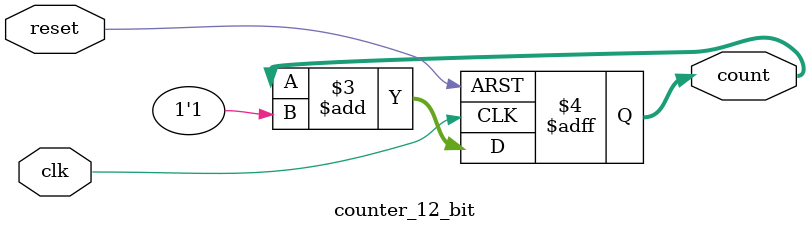
<source format=v>
`timescale 1ns/1ps
module counter_12_bit(clk, reset, count);
  input clk, reset;
  output reg [11:0] count;

  always@(posedge clk, posedge reset) begin
    if (reset == 1'b1) 
      count <= 12'b0;
    else 
      count <= count + 1'b1;
  end
endmodule // counter 

</source>
